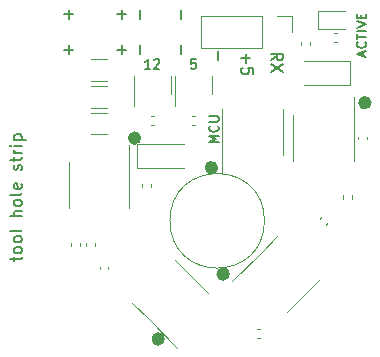
<source format=gbr>
%TF.GenerationSoftware,KiCad,Pcbnew,5.99.0-unknown-e61b1f03b8~131~ubuntu20.04.1*%
%TF.CreationDate,2021-08-02T15:41:01+00:00*%
%TF.ProjectId,beetleback_cg,62656574-6c65-4626-9163-6b5f63672e6b,2*%
%TF.SameCoordinates,PX5573000PY89ce520*%
%TF.FileFunction,Legend,Top*%
%TF.FilePolarity,Positive*%
%FSLAX46Y46*%
G04 Gerber Fmt 4.6, Leading zero omitted, Abs format (unit mm)*
G04 Created by KiCad (PCBNEW 5.99.0-unknown-e61b1f03b8~131~ubuntu20.04.1) date 2021-08-02 15:41:01*
%MOMM*%
%LPD*%
G01*
G04 APERTURE LIST*
%ADD10C,0.560000*%
%ADD11C,0.120000*%
%ADD12C,0.150000*%
G04 APERTURE END LIST*
D10*
X780000Y6500000D02*
G75*
G03*
X780000Y6500000I-280000J0D01*
G01*
D11*
X4000000Y11000000D02*
G75*
G03*
X4000000Y11000000I-4000000J0D01*
G01*
D10*
X-6720000Y18000000D02*
G75*
G03*
X-6720000Y18000000I-280000J0D01*
G01*
X-220000Y15500000D02*
G75*
G03*
X-220000Y15500000I-280000J0D01*
G01*
X12780000Y21000000D02*
G75*
G03*
X12780000Y21000000I-280000J0D01*
G01*
X-4720000Y1000000D02*
G75*
G03*
X-4720000Y1000000I-280000J0D01*
G01*
D12*
X-12571429Y25880953D02*
X-12571429Y25119048D01*
X-12952381Y25500000D02*
X-12190477Y25500000D01*
X-1809524Y24688096D02*
X-2190477Y24688096D01*
X-2228572Y24307143D01*
X-2190477Y24345239D01*
X-2114286Y24383334D01*
X-1923810Y24383334D01*
X-1847620Y24345239D01*
X-1809524Y24307143D01*
X-1771429Y24230953D01*
X-1771429Y24040477D01*
X-1809524Y23964286D01*
X-1847620Y23926191D01*
X-1923810Y23888096D01*
X-2114286Y23888096D01*
X-2190477Y23926191D01*
X-2228572Y23964286D01*
X-3071429Y25880953D02*
X-3071429Y25119048D01*
X71428Y24619048D02*
X71428Y25380953D01*
X-6571429Y25880953D02*
X-6571429Y25119048D01*
X12383333Y24959524D02*
X12383333Y25340477D01*
X12611904Y24883334D02*
X11811904Y25150000D01*
X12611904Y25416667D01*
X12535714Y26140477D02*
X12573809Y26102381D01*
X12611904Y25988096D01*
X12611904Y25911905D01*
X12573809Y25797620D01*
X12497619Y25721429D01*
X12421428Y25683334D01*
X12269047Y25645239D01*
X12154761Y25645239D01*
X12002380Y25683334D01*
X11926190Y25721429D01*
X11850000Y25797620D01*
X11811904Y25911905D01*
X11811904Y25988096D01*
X11850000Y26102381D01*
X11888095Y26140477D01*
X11811904Y26369048D02*
X11811904Y26826191D01*
X12611904Y26597620D02*
X11811904Y26597620D01*
X12611904Y27092858D02*
X11811904Y27092858D01*
X11811904Y27359524D02*
X12611904Y27626191D01*
X11811904Y27892858D01*
X12192857Y28159524D02*
X12192857Y28426191D01*
X12611904Y28540477D02*
X12611904Y28159524D01*
X11811904Y28159524D01*
X11811904Y28540477D01*
X-5652381Y23888096D02*
X-6109524Y23888096D01*
X-5880953Y23888096D02*
X-5880953Y24688096D01*
X-5957143Y24573810D01*
X-6033334Y24497620D01*
X-6109524Y24459524D01*
X-5347620Y24611905D02*
X-5309524Y24650000D01*
X-5233334Y24688096D01*
X-5042858Y24688096D01*
X-4966667Y24650000D01*
X-4928572Y24611905D01*
X-4890477Y24535715D01*
X-4890477Y24459524D01*
X-4928572Y24345239D01*
X-5385715Y23888096D01*
X-4890477Y23888096D01*
X-8071429Y28880953D02*
X-8071429Y28119048D01*
X-8452381Y28500000D02*
X-7690477Y28500000D01*
X-6571429Y28880953D02*
X-6571429Y28119048D01*
X4547619Y24592977D02*
X5023809Y24926310D01*
X4547619Y25164405D02*
X5547619Y25164405D01*
X5547619Y24783453D01*
X5500000Y24688215D01*
X5452380Y24640596D01*
X5357142Y24592977D01*
X5214285Y24592977D01*
X5119047Y24640596D01*
X5071428Y24688215D01*
X5023809Y24783453D01*
X5023809Y25164405D01*
X5547619Y24259643D02*
X4547619Y23592977D01*
X5547619Y23592977D02*
X4547619Y24259643D01*
X-8071429Y25880953D02*
X-8071429Y25119048D01*
X-8452381Y25500000D02*
X-7690477Y25500000D01*
X2428571Y25164405D02*
X2428571Y24402500D01*
X2047619Y24783453D02*
X2809523Y24783453D01*
X3047619Y23450120D02*
X3047619Y23926310D01*
X2571428Y23973929D01*
X2619047Y23926310D01*
X2666666Y23831072D01*
X2666666Y23592977D01*
X2619047Y23497739D01*
X2571428Y23450120D01*
X2476190Y23402500D01*
X2238095Y23402500D01*
X2142857Y23450120D01*
X2095238Y23497739D01*
X2047619Y23592977D01*
X2047619Y23831072D01*
X2095238Y23926310D01*
X2142857Y23973929D01*
X-3071429Y28880953D02*
X-3071429Y28119048D01*
X111904Y17664286D02*
X-688096Y17664286D01*
X-116667Y17930953D01*
X-688096Y18197620D01*
X111904Y18197620D01*
X35714Y19035715D02*
X73809Y18997620D01*
X111904Y18883334D01*
X111904Y18807143D01*
X73809Y18692858D01*
X-2381Y18616667D01*
X-78572Y18578572D01*
X-230953Y18540477D01*
X-345239Y18540477D01*
X-497620Y18578572D01*
X-573810Y18616667D01*
X-650000Y18692858D01*
X-688096Y18807143D01*
X-688096Y18883334D01*
X-650000Y18997620D01*
X-611905Y19035715D01*
X-688096Y19378572D02*
X-40477Y19378572D01*
X35714Y19416667D01*
X73809Y19454762D01*
X111904Y19530953D01*
X111904Y19683334D01*
X73809Y19759524D01*
X35714Y19797620D01*
X-40477Y19835715D01*
X-688096Y19835715D01*
X-12571429Y28880953D02*
X-12571429Y28119048D01*
X-12952381Y28500000D02*
X-12190477Y28500000D01*
X-17214286Y7595239D02*
X-17214286Y7976191D01*
X-17547620Y7738096D02*
X-16690477Y7738096D01*
X-16595239Y7785715D01*
X-16547620Y7880953D01*
X-16547620Y7976191D01*
X-16547620Y8452381D02*
X-16595239Y8357143D01*
X-16642858Y8309524D01*
X-16738096Y8261905D01*
X-17023810Y8261905D01*
X-17119048Y8309524D01*
X-17166667Y8357143D01*
X-17214286Y8452381D01*
X-17214286Y8595239D01*
X-17166667Y8690477D01*
X-17119048Y8738096D01*
X-17023810Y8785715D01*
X-16738096Y8785715D01*
X-16642858Y8738096D01*
X-16595239Y8690477D01*
X-16547620Y8595239D01*
X-16547620Y8452381D01*
X-16547620Y9357143D02*
X-16595239Y9261905D01*
X-16642858Y9214286D01*
X-16738096Y9166667D01*
X-17023810Y9166667D01*
X-17119048Y9214286D01*
X-17166667Y9261905D01*
X-17214286Y9357143D01*
X-17214286Y9500000D01*
X-17166667Y9595239D01*
X-17119048Y9642858D01*
X-17023810Y9690477D01*
X-16738096Y9690477D01*
X-16642858Y9642858D01*
X-16595239Y9595239D01*
X-16547620Y9500000D01*
X-16547620Y9357143D01*
X-16547620Y10261905D02*
X-16595239Y10166667D01*
X-16690477Y10119048D01*
X-17547620Y10119048D01*
X-16547620Y11404762D02*
X-17547620Y11404762D01*
X-16547620Y11833334D02*
X-17071429Y11833334D01*
X-17166667Y11785715D01*
X-17214286Y11690477D01*
X-17214286Y11547620D01*
X-17166667Y11452381D01*
X-17119048Y11404762D01*
X-16547620Y12452381D02*
X-16595239Y12357143D01*
X-16642858Y12309524D01*
X-16738096Y12261905D01*
X-17023810Y12261905D01*
X-17119048Y12309524D01*
X-17166667Y12357143D01*
X-17214286Y12452381D01*
X-17214286Y12595239D01*
X-17166667Y12690477D01*
X-17119048Y12738096D01*
X-17023810Y12785715D01*
X-16738096Y12785715D01*
X-16642858Y12738096D01*
X-16595239Y12690477D01*
X-16547620Y12595239D01*
X-16547620Y12452381D01*
X-16547620Y13357143D02*
X-16595239Y13261905D01*
X-16690477Y13214286D01*
X-17547620Y13214286D01*
X-16595239Y14119048D02*
X-16547620Y14023810D01*
X-16547620Y13833334D01*
X-16595239Y13738096D01*
X-16690477Y13690477D01*
X-17071429Y13690477D01*
X-17166667Y13738096D01*
X-17214286Y13833334D01*
X-17214286Y14023810D01*
X-17166667Y14119048D01*
X-17071429Y14166667D01*
X-16976191Y14166667D01*
X-16880953Y13690477D01*
X-16595239Y15309524D02*
X-16547620Y15404762D01*
X-16547620Y15595239D01*
X-16595239Y15690477D01*
X-16690477Y15738096D01*
X-16738096Y15738096D01*
X-16833334Y15690477D01*
X-16880953Y15595239D01*
X-16880953Y15452381D01*
X-16928572Y15357143D01*
X-17023810Y15309524D01*
X-17071429Y15309524D01*
X-17166667Y15357143D01*
X-17214286Y15452381D01*
X-17214286Y15595239D01*
X-17166667Y15690477D01*
X-17214286Y16023810D02*
X-17214286Y16404762D01*
X-17547620Y16166667D02*
X-16690477Y16166667D01*
X-16595239Y16214286D01*
X-16547620Y16309524D01*
X-16547620Y16404762D01*
X-16547620Y16738096D02*
X-17214286Y16738096D01*
X-17023810Y16738096D02*
X-17119048Y16785715D01*
X-17166667Y16833334D01*
X-17214286Y16928572D01*
X-17214286Y17023810D01*
X-16547620Y17357143D02*
X-17214286Y17357143D01*
X-17547620Y17357143D02*
X-17500000Y17309524D01*
X-17452381Y17357143D01*
X-17500000Y17404762D01*
X-17547620Y17357143D01*
X-17452381Y17357143D01*
X-17214286Y17833334D02*
X-16214286Y17833334D01*
X-17166667Y17833334D02*
X-17214286Y17928572D01*
X-17214286Y18119048D01*
X-17166667Y18214286D01*
X-17119048Y18261905D01*
X-17023810Y18309524D01*
X-16738096Y18309524D01*
X-16642858Y18261905D01*
X-16595239Y18214286D01*
X-16547620Y18119048D01*
X-16547620Y17928572D01*
X-16595239Y17833334D01*
D11*
%TO.C,C1*%
X-5392164Y19860000D02*
X-5607836Y19860000D01*
X-5392164Y19140000D02*
X-5607836Y19140000D01*
%TO.C,C2*%
X12660000Y18107836D02*
X12660000Y17892164D01*
X11940000Y18107836D02*
X11940000Y17892164D01*
%TO.C,D1*%
X11250000Y24500000D02*
X7350000Y24500000D01*
X11250000Y22500000D02*
X11250000Y24500000D01*
X11250000Y22500000D02*
X7350000Y22500000D01*
%TO.C,R1*%
X7880000Y26153641D02*
X7880000Y25846359D01*
X7120000Y26153641D02*
X7120000Y25846359D01*
%TO.C,C5*%
X-10711252Y20160000D02*
X-9288748Y20160000D01*
X-10711252Y18340000D02*
X-9288748Y18340000D01*
%TO.C,R5*%
X10620000Y13153641D02*
X10620000Y12846359D01*
X11380000Y13153641D02*
X11380000Y12846359D01*
%TO.C,Q2*%
X-5810193Y2689807D02*
X-3370675Y250288D01*
X-2189807Y6310193D02*
X-3568665Y7689052D01*
X-5810193Y2689807D02*
X-7189052Y4068665D01*
X-2189807Y6310193D02*
X-810948Y4931335D01*
%TO.C,U1*%
X5560000Y18500000D02*
X5560000Y16550000D01*
X5560000Y18500000D02*
X5560000Y20450000D01*
X440000Y18500000D02*
X440000Y15050000D01*
X440000Y18500000D02*
X440000Y20450000D01*
%TO.C,C4*%
X-1892164Y19140000D02*
X-2107836Y19140000D01*
X-1892164Y19860000D02*
X-2107836Y19860000D01*
%TO.C,D2*%
X8515000Y28735000D02*
X8515000Y27265000D01*
X8515000Y27265000D02*
X10800000Y27265000D01*
X10800000Y28735000D02*
X8515000Y28735000D01*
%TO.C,Q1*%
X3689807Y8310193D02*
X5068665Y9689052D01*
X3689807Y8310193D02*
X1250288Y5870675D01*
X7310193Y4689807D02*
X5931335Y3310948D01*
X7310193Y4689807D02*
X8689052Y6068665D01*
%TO.C,C6*%
X-10711252Y22410000D02*
X-9288748Y22410000D01*
X-10711252Y20590000D02*
X-9288748Y20590000D01*
%TO.C,R6*%
X3346359Y1880000D02*
X3653641Y1880000D01*
X3346359Y1120000D02*
X3653641Y1120000D01*
%TO.C,R4*%
X9846359Y26120000D02*
X10153641Y26120000D01*
X9846359Y26880000D02*
X10153641Y26880000D01*
%TO.C,C9*%
X9178307Y10669190D02*
X9330810Y10821693D01*
X8669190Y11178307D02*
X8821693Y11330810D01*
%TO.C,C3*%
X-5640000Y14087836D02*
X-5640000Y13872164D01*
X-6360000Y14087836D02*
X-6360000Y13872164D01*
%TO.C,U3*%
X-440000Y22500000D02*
X-440000Y23300000D01*
X-3560000Y22500000D02*
X-3560000Y20700000D01*
X-440000Y22500000D02*
X-440000Y21700000D01*
X-3560000Y22500000D02*
X-3560000Y23300000D01*
%TO.C,R3*%
X-12380000Y8846359D02*
X-12380000Y9153641D01*
X-11620000Y8846359D02*
X-11620000Y9153641D01*
%TO.C,J1*%
X3770000Y25670000D02*
X-1370000Y25670000D01*
X6370000Y28330000D02*
X6370000Y27000000D01*
X3770000Y28330000D02*
X-1370000Y28330000D01*
X3770000Y28330000D02*
X3770000Y25670000D01*
X5040000Y28330000D02*
X6370000Y28330000D01*
X-1370000Y28330000D02*
X-1370000Y25670000D01*
%TO.C,U2*%
X6440000Y18000000D02*
X6440000Y19950000D01*
X11560000Y18000000D02*
X11560000Y21450000D01*
X11560000Y18000000D02*
X11560000Y16050000D01*
X6440000Y18000000D02*
X6440000Y16050000D01*
%TO.C,D3*%
X-6750000Y17500000D02*
X-6750000Y15500000D01*
X-6750000Y17500000D02*
X-2850000Y17500000D01*
X-6750000Y15500000D02*
X-2850000Y15500000D01*
%TO.C,R2*%
X-10320000Y8846359D02*
X-10320000Y9153641D01*
X-11080000Y8846359D02*
X-11080000Y9153641D01*
%TO.C,C8*%
X-9960000Y6892164D02*
X-9960000Y7107836D01*
X-9240000Y6892164D02*
X-9240000Y7107836D01*
%TO.C,U4*%
X-12560000Y14000000D02*
X-12560000Y12050000D01*
X-7440000Y14000000D02*
X-7440000Y17450000D01*
X-12560000Y14000000D02*
X-12560000Y15950000D01*
X-7440000Y14000000D02*
X-7440000Y12050000D01*
%TO.C,C7*%
X-10711252Y22840000D02*
X-9288748Y22840000D01*
X-10711252Y24660000D02*
X-9288748Y24660000D01*
%TO.C,U5*%
X-3940000Y22500000D02*
X-3940000Y23300000D01*
X-3940000Y22500000D02*
X-3940000Y21700000D01*
X-7060000Y22500000D02*
X-7060000Y23300000D01*
X-7060000Y22500000D02*
X-7060000Y20700000D01*
%TD*%
M02*

</source>
